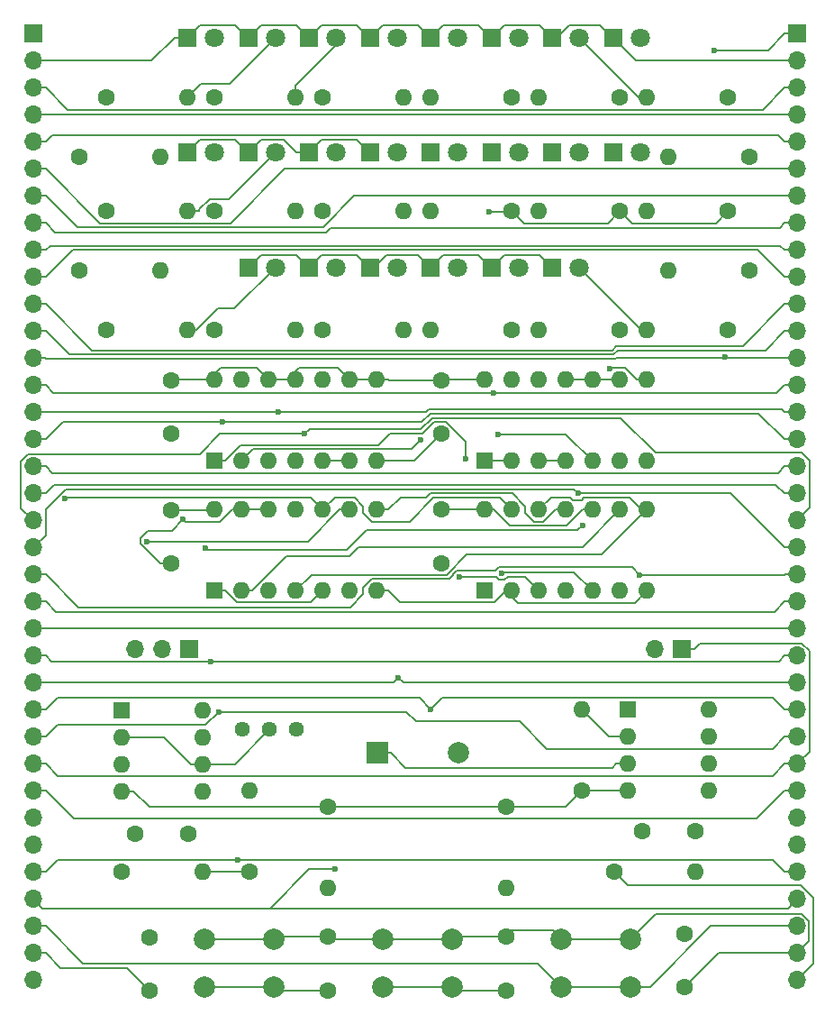
<source format=gbl>
G04 #@! TF.GenerationSoftware,KiCad,Pcbnew,8.0.9-8.0.9-0~ubuntu22.04.1*
G04 #@! TF.CreationDate,2025-06-29T10:32:47+10:00*
G04 #@! TF.ProjectId,UE1-TTL-Clock,5545312d-5454-44c2-9d43-6c6f636b2e6b,rev?*
G04 #@! TF.SameCoordinates,Original*
G04 #@! TF.FileFunction,Copper,L2,Bot*
G04 #@! TF.FilePolarity,Positive*
%FSLAX46Y46*%
G04 Gerber Fmt 4.6, Leading zero omitted, Abs format (unit mm)*
G04 Created by KiCad (PCBNEW 8.0.9-8.0.9-0~ubuntu22.04.1) date 2025-06-29 10:32:47*
%MOMM*%
%LPD*%
G01*
G04 APERTURE LIST*
G04 #@! TA.AperFunction,ComponentPad*
%ADD10C,1.600000*%
G04 #@! TD*
G04 #@! TA.AperFunction,ComponentPad*
%ADD11R,1.800000X1.800000*%
G04 #@! TD*
G04 #@! TA.AperFunction,ComponentPad*
%ADD12C,1.800000*%
G04 #@! TD*
G04 #@! TA.AperFunction,ComponentPad*
%ADD13C,2.000000*%
G04 #@! TD*
G04 #@! TA.AperFunction,ComponentPad*
%ADD14R,2.000000X2.000000*%
G04 #@! TD*
G04 #@! TA.AperFunction,ComponentPad*
%ADD15R,1.600000X1.600000*%
G04 #@! TD*
G04 #@! TA.AperFunction,ComponentPad*
%ADD16O,1.600000X1.600000*%
G04 #@! TD*
G04 #@! TA.AperFunction,ComponentPad*
%ADD17R,1.700000X1.700000*%
G04 #@! TD*
G04 #@! TA.AperFunction,ComponentPad*
%ADD18O,1.700000X1.700000*%
G04 #@! TD*
G04 #@! TA.AperFunction,ComponentPad*
%ADD19C,1.440000*%
G04 #@! TD*
G04 #@! TA.AperFunction,ViaPad*
%ADD20C,0.600000*%
G04 #@! TD*
G04 #@! TA.AperFunction,Conductor*
%ADD21C,0.200000*%
G04 #@! TD*
G04 APERTURE END LIST*
D10*
X103124000Y-85932000D03*
X103124000Y-90932000D03*
D11*
X116078000Y-75311000D03*
D12*
X118618000Y-75311000D03*
D10*
X134620000Y-143176000D03*
X134620000Y-138176000D03*
D13*
X106276000Y-138375000D03*
X112776000Y-138375000D03*
X106276000Y-142875000D03*
X112776000Y-142875000D03*
X139804000Y-138375000D03*
X146304000Y-138375000D03*
X139804000Y-142875000D03*
X146304000Y-142875000D03*
D10*
X128524000Y-98044000D03*
X128524000Y-103044000D03*
D14*
X122490000Y-120904000D03*
D13*
X130090000Y-120904000D03*
D15*
X107188000Y-93472000D03*
D16*
X109728000Y-93472000D03*
X112268000Y-93472000D03*
X114808000Y-93472000D03*
X117348000Y-93472000D03*
X119888000Y-93472000D03*
X122428000Y-93472000D03*
X122428000Y-85852000D03*
X119888000Y-85852000D03*
X117348000Y-85852000D03*
X114808000Y-85852000D03*
X112268000Y-85852000D03*
X109728000Y-85852000D03*
X107188000Y-85852000D03*
D10*
X107188000Y-59309000D03*
D16*
X114808000Y-59309000D03*
D10*
X110490000Y-132080000D03*
D16*
X110490000Y-124460000D03*
D17*
X90170000Y-53340000D03*
D18*
X90170000Y-55880000D03*
X90170000Y-58420000D03*
X90170000Y-60960000D03*
X90170000Y-63500000D03*
X90170000Y-66040000D03*
X90170000Y-68580000D03*
X90170000Y-71120000D03*
X90170000Y-73660000D03*
X90170000Y-76200000D03*
X90170000Y-78740000D03*
X90170000Y-81280000D03*
X90170000Y-83820000D03*
X90170000Y-86360000D03*
X90170000Y-88900000D03*
X90170000Y-91440000D03*
X90170000Y-93980000D03*
X90170000Y-96520000D03*
X90170000Y-99060000D03*
X90170000Y-101600000D03*
X90170000Y-104140000D03*
X90170000Y-106680000D03*
X90170000Y-109220000D03*
X90170000Y-111760000D03*
X90170000Y-114300000D03*
X90170000Y-116840000D03*
X90170000Y-119380000D03*
X90170000Y-121920000D03*
X90170000Y-124460000D03*
X90170000Y-127000000D03*
X90170000Y-129540000D03*
X90170000Y-132080000D03*
X90170000Y-134620000D03*
X90170000Y-137160000D03*
X90170000Y-139700000D03*
X90170000Y-142240000D03*
D10*
X145288000Y-81153000D03*
D16*
X137668000Y-81153000D03*
D15*
X132583000Y-105664000D03*
D16*
X135123000Y-105664000D03*
X137663000Y-105664000D03*
X140203000Y-105664000D03*
X142743000Y-105664000D03*
X145283000Y-105664000D03*
X147823000Y-105664000D03*
X147823000Y-98044000D03*
X145283000Y-98044000D03*
X142743000Y-98044000D03*
X140203000Y-98044000D03*
X137663000Y-98044000D03*
X135123000Y-98044000D03*
X132583000Y-98044000D03*
D15*
X98425000Y-116850000D03*
D16*
X98425000Y-119390000D03*
X98425000Y-121930000D03*
X98425000Y-124470000D03*
X106045000Y-124470000D03*
X106045000Y-121930000D03*
X106045000Y-119390000D03*
X106045000Y-116850000D03*
D10*
X151384000Y-137875000D03*
X151384000Y-142875000D03*
D15*
X107188000Y-105664000D03*
D16*
X109728000Y-105664000D03*
X112268000Y-105664000D03*
X114808000Y-105664000D03*
X117348000Y-105664000D03*
X119888000Y-105664000D03*
X122428000Y-105664000D03*
X122428000Y-98044000D03*
X119888000Y-98044000D03*
X117348000Y-98044000D03*
X114808000Y-98044000D03*
X112268000Y-98044000D03*
X109728000Y-98044000D03*
X107188000Y-98044000D03*
D10*
X155448000Y-59309000D03*
D16*
X147828000Y-59309000D03*
D10*
X135128000Y-69977000D03*
D16*
X127508000Y-69977000D03*
D10*
X155448000Y-69977000D03*
D16*
X147828000Y-69977000D03*
D11*
X116078000Y-64516000D03*
D12*
X118618000Y-64516000D03*
D10*
X155448000Y-81153000D03*
D16*
X147828000Y-81153000D03*
D17*
X104775000Y-111125000D03*
D18*
X102235000Y-111125000D03*
X99695000Y-111125000D03*
D11*
X138938000Y-75311000D03*
D12*
X141478000Y-75311000D03*
D10*
X117348000Y-69977000D03*
D16*
X124968000Y-69977000D03*
D11*
X121793000Y-75311000D03*
D12*
X124333000Y-75311000D03*
D10*
X117348000Y-81153000D03*
D16*
X124968000Y-81153000D03*
D15*
X146050000Y-116840000D03*
D16*
X146050000Y-119380000D03*
X146050000Y-121920000D03*
X146050000Y-124460000D03*
X153670000Y-124460000D03*
X153670000Y-121920000D03*
X153670000Y-119380000D03*
X153670000Y-116840000D03*
D11*
X138938000Y-64516000D03*
D12*
X141478000Y-64516000D03*
D11*
X110363000Y-64516000D03*
D12*
X112903000Y-64516000D03*
D10*
X145288000Y-59309000D03*
D16*
X137668000Y-59309000D03*
D10*
X144780000Y-132080000D03*
D16*
X152400000Y-132080000D03*
D11*
X121793000Y-64516000D03*
D12*
X124333000Y-64516000D03*
D10*
X117856000Y-143176000D03*
X117856000Y-138176000D03*
X97028000Y-81153000D03*
D16*
X104648000Y-81153000D03*
D10*
X94488000Y-64897000D03*
D16*
X102108000Y-64897000D03*
D11*
X110363000Y-53721000D03*
D12*
X112903000Y-53721000D03*
D11*
X133223000Y-64516000D03*
D12*
X135763000Y-64516000D03*
D11*
X127508000Y-75311000D03*
D12*
X130048000Y-75311000D03*
D10*
X107188000Y-81153000D03*
D16*
X114808000Y-81153000D03*
D10*
X104695000Y-128524000D03*
X99695000Y-128524000D03*
D11*
X144653000Y-64516000D03*
D12*
X147193000Y-64516000D03*
D11*
X133223000Y-53721000D03*
D12*
X135763000Y-53721000D03*
D11*
X127508000Y-64516000D03*
D12*
X130048000Y-64516000D03*
D11*
X104648000Y-53721000D03*
D12*
X107188000Y-53721000D03*
D10*
X97028000Y-59309000D03*
D16*
X104648000Y-59309000D03*
D11*
X121793000Y-53721000D03*
D12*
X124333000Y-53721000D03*
D11*
X104648000Y-64516000D03*
D12*
X107188000Y-64516000D03*
D10*
X134620000Y-125984000D03*
D16*
X134620000Y-133604000D03*
D11*
X138938000Y-53721000D03*
D12*
X141478000Y-53721000D03*
D10*
X101092000Y-138256000D03*
X101092000Y-143256000D03*
D11*
X116078000Y-53721000D03*
D12*
X118618000Y-53721000D03*
D15*
X132588000Y-93472000D03*
D16*
X135128000Y-93472000D03*
X137668000Y-93472000D03*
X140208000Y-93472000D03*
X142748000Y-93472000D03*
X145288000Y-93472000D03*
X147828000Y-93472000D03*
X147828000Y-85852000D03*
X145288000Y-85852000D03*
X142748000Y-85852000D03*
X140208000Y-85852000D03*
X137668000Y-85852000D03*
X135128000Y-85852000D03*
X132588000Y-85852000D03*
D10*
X94488000Y-75565000D03*
D16*
X102108000Y-75565000D03*
D10*
X145288000Y-69977000D03*
D16*
X137668000Y-69977000D03*
D11*
X144653000Y-53721000D03*
D12*
X147193000Y-53721000D03*
D10*
X157480000Y-64897000D03*
D16*
X149860000Y-64897000D03*
D13*
X123040000Y-138375000D03*
X129540000Y-138375000D03*
X123040000Y-142875000D03*
X129540000Y-142875000D03*
D10*
X157480000Y-75565000D03*
D16*
X149860000Y-75565000D03*
D11*
X110363000Y-75311000D03*
D12*
X112903000Y-75311000D03*
D17*
X161925000Y-53340000D03*
D18*
X161925000Y-55880000D03*
X161925000Y-58420000D03*
X161925000Y-60960000D03*
X161925000Y-63500000D03*
X161925000Y-66040000D03*
X161925000Y-68580000D03*
X161925000Y-71120000D03*
X161925000Y-73660000D03*
X161925000Y-76200000D03*
X161925000Y-78740000D03*
X161925000Y-81280000D03*
X161925000Y-83820000D03*
X161925000Y-86360000D03*
X161925000Y-88900000D03*
X161925000Y-91440000D03*
X161925000Y-93980000D03*
X161925000Y-96520000D03*
X161925000Y-99060000D03*
X161925000Y-101600000D03*
X161925000Y-104140000D03*
X161925000Y-106680000D03*
X161925000Y-109220000D03*
X161925000Y-111760000D03*
X161925000Y-114300000D03*
X161925000Y-116840000D03*
X161925000Y-119380000D03*
X161925000Y-121920000D03*
X161925000Y-124460000D03*
X161925000Y-127000000D03*
X161925000Y-129540000D03*
X161925000Y-132080000D03*
X161925000Y-134620000D03*
X161925000Y-137160000D03*
X161925000Y-139700000D03*
X161925000Y-142240000D03*
D10*
X135128000Y-59309000D03*
D16*
X127508000Y-59309000D03*
D10*
X117856000Y-125984000D03*
D16*
X117856000Y-133604000D03*
D10*
X141732000Y-124460000D03*
D16*
X141732000Y-116840000D03*
D10*
X97028000Y-69977000D03*
D16*
X104648000Y-69977000D03*
D10*
X152400000Y-128270000D03*
X147400000Y-128270000D03*
D11*
X127508000Y-53721000D03*
D12*
X130048000Y-53721000D03*
D11*
X133223000Y-75311000D03*
D12*
X135763000Y-75311000D03*
D10*
X117348000Y-59309000D03*
D16*
X124968000Y-59309000D03*
D10*
X103124000Y-98124000D03*
X103124000Y-103124000D03*
X128524000Y-85932000D03*
X128524000Y-90932000D03*
D19*
X114920000Y-118670000D03*
X112380000Y-118670000D03*
X109840000Y-118670000D03*
D10*
X107188000Y-69977000D03*
D16*
X114808000Y-69977000D03*
D17*
X151130000Y-111125000D03*
D18*
X148590000Y-111125000D03*
D10*
X135128000Y-81153000D03*
D16*
X127508000Y-81153000D03*
D10*
X98425000Y-132080000D03*
D16*
X106045000Y-132080000D03*
D20*
X104244500Y-98974200D03*
X154195300Y-54888000D03*
X133021000Y-70081200D03*
X118508400Y-131806600D03*
X124480300Y-113845700D03*
X107557700Y-117029200D03*
X126577400Y-91491000D03*
X127527600Y-116765200D03*
X107902500Y-89815500D03*
X113203200Y-88900000D03*
X155168800Y-83698900D03*
X133455000Y-87087700D03*
X115677600Y-90932500D03*
X106814300Y-112281200D03*
X109348300Y-130973400D03*
X141362300Y-96511800D03*
X147173700Y-104147200D03*
X141763000Y-99513700D03*
X106292200Y-101638900D03*
X93154600Y-97013700D03*
X134188400Y-104047100D03*
X130770000Y-93226900D03*
X130227700Y-104348000D03*
X100863100Y-101020900D03*
X133858000Y-90934100D03*
X144332300Y-84780300D03*
D21*
X134423000Y-74111000D02*
X137738000Y-74111000D01*
X109163000Y-52521000D02*
X110363000Y-53721000D01*
X104648000Y-64516000D02*
X105848000Y-63316000D01*
X129739000Y-138176000D02*
X129540000Y-138375000D01*
X151384000Y-142875000D02*
X154559000Y-139700000D01*
X135123000Y-105664000D02*
X134609700Y-105664000D01*
X128708000Y-52521000D02*
X132023000Y-52521000D01*
X90170000Y-55880000D02*
X101287300Y-55880000D01*
X147823000Y-105664000D02*
X146678500Y-106808500D01*
X122428000Y-105664000D02*
X123529700Y-105664000D01*
X106276000Y-138375000D02*
X112776000Y-138375000D01*
X107718200Y-99180400D02*
X104450700Y-99180400D01*
X127508000Y-75311000D02*
X128708000Y-74111000D01*
X126308000Y-74111000D02*
X127508000Y-75311000D01*
X135044800Y-137549900D02*
X138978900Y-137549900D01*
X110363000Y-75311000D02*
X111563000Y-74111000D01*
X126308000Y-52521000D02*
X127508000Y-53721000D01*
X112268000Y-98044000D02*
X109728000Y-98044000D01*
X133223000Y-53721000D02*
X134423000Y-52521000D01*
X146304000Y-138375000D02*
X139804000Y-138375000D01*
X140519000Y-52521000D02*
X143453000Y-52521000D01*
X110363000Y-53721000D02*
X111563000Y-52521000D01*
X139319000Y-53721000D02*
X140519000Y-52521000D01*
X134609700Y-105664000D02*
X133508000Y-106765700D01*
X103124000Y-103124000D02*
X102078300Y-103124000D01*
X110363000Y-64516000D02*
X111574500Y-63304500D01*
X137738000Y-52521000D02*
X138938000Y-53721000D01*
X143453000Y-52521000D02*
X144653000Y-53721000D01*
X98925800Y-141089800D02*
X92711500Y-141089800D01*
X128524000Y-90932000D02*
X125984000Y-93472000D01*
X132179500Y-138176000D02*
X134418700Y-138176000D01*
X137738000Y-74111000D02*
X138938000Y-75311000D01*
X92711500Y-141089800D02*
X91321700Y-139700000D01*
X134572200Y-105664000D02*
X135123000Y-105664000D01*
X90170000Y-139700000D02*
X91321700Y-139700000D01*
X128708000Y-74111000D02*
X132023000Y-74111000D01*
X135716700Y-106808500D02*
X134572200Y-105664000D01*
X132023000Y-52521000D02*
X133223000Y-53721000D01*
X144653000Y-53721000D02*
X146812000Y-55880000D01*
X121793000Y-53721000D02*
X122993000Y-52521000D01*
X148670700Y-136008300D02*
X146304000Y-138375000D01*
X161925000Y-139700000D02*
X163076700Y-138548300D01*
X117278000Y-74111000D02*
X120593000Y-74111000D01*
X116078000Y-53721000D02*
X117278000Y-52521000D01*
X114878000Y-52521000D02*
X116078000Y-53721000D01*
X109163000Y-63316000D02*
X110363000Y-64516000D01*
X104648000Y-53721000D02*
X105848000Y-52521000D01*
X163076700Y-138548300D02*
X163076700Y-136682900D01*
X117278000Y-52521000D02*
X120593000Y-52521000D01*
X112975000Y-138176000D02*
X112776000Y-138375000D01*
X108854600Y-98044000D02*
X107718200Y-99180400D01*
X125984000Y-93472000D02*
X122428000Y-93472000D01*
X104450700Y-99180400D02*
X104244500Y-98974200D01*
X132023000Y-74111000D02*
X133223000Y-75311000D01*
X109728000Y-98044000D02*
X108854600Y-98044000D01*
X129540000Y-138375000D02*
X123040000Y-138375000D01*
X113664800Y-63304500D02*
X114876300Y-64516000D01*
X134423000Y-52521000D02*
X137738000Y-52521000D01*
X116078000Y-75311000D02*
X117278000Y-74111000D01*
X101092000Y-143256000D02*
X98925800Y-141089800D01*
X162402100Y-136008300D02*
X148670700Y-136008300D01*
X120593000Y-74111000D02*
X121793000Y-75311000D01*
X127508000Y-53721000D02*
X128708000Y-52521000D01*
X154559000Y-139700000D02*
X160773300Y-139700000D01*
X101287300Y-55880000D02*
X103446300Y-53721000D01*
X132179500Y-138176000D02*
X129739000Y-138176000D01*
X138978900Y-137549900D02*
X139804000Y-138375000D01*
X100901500Y-100063900D02*
X103154800Y-100063900D01*
X117856000Y-138176000D02*
X112975000Y-138176000D01*
X100210900Y-100754500D02*
X100901500Y-100063900D01*
X163076700Y-136682900D02*
X162402100Y-136008300D01*
X116078000Y-64516000D02*
X117278000Y-63316000D01*
X111574500Y-63304500D02*
X113664800Y-63304500D01*
X134418700Y-138176000D02*
X135044800Y-137549900D01*
X121793000Y-75311000D02*
X122174000Y-75311000D01*
X146678500Y-106808500D02*
X135716700Y-106808500D01*
X127508000Y-75311000D02*
X128709700Y-74109300D01*
X120593000Y-52521000D02*
X121793000Y-53721000D01*
X105848000Y-52521000D02*
X109163000Y-52521000D01*
X134620000Y-138176000D02*
X132179500Y-138176000D01*
X111563000Y-74111000D02*
X114878000Y-74111000D01*
X124631400Y-106765700D02*
X133508000Y-106765700D01*
X122174000Y-75311000D02*
X123374000Y-74111000D01*
X102078300Y-103124000D02*
X100210900Y-101256600D01*
X146812000Y-55880000D02*
X161925000Y-55880000D01*
X105848000Y-63316000D02*
X109163000Y-63316000D01*
X118055000Y-138375000D02*
X117856000Y-138176000D01*
X120593000Y-63316000D02*
X121793000Y-64516000D01*
X114876300Y-64516000D02*
X116078000Y-64516000D01*
X111563000Y-52521000D02*
X114878000Y-52521000D01*
X138938000Y-53721000D02*
X139319000Y-53721000D01*
X133223000Y-75311000D02*
X134423000Y-74111000D01*
X117278000Y-63316000D02*
X120593000Y-63316000D01*
X123374000Y-74111000D02*
X126308000Y-74111000D01*
X122993000Y-52521000D02*
X126308000Y-52521000D01*
X104047200Y-53721000D02*
X103446300Y-53721000D01*
X161925000Y-139700000D02*
X160773300Y-139700000D01*
X104648000Y-53721000D02*
X104047200Y-53721000D01*
X123529700Y-105664000D02*
X124631400Y-106765700D01*
X114878000Y-74111000D02*
X116078000Y-75311000D01*
X103154800Y-100063900D02*
X104244500Y-98974200D01*
X100210900Y-101256600D02*
X100210900Y-100754500D01*
X123040000Y-138375000D02*
X118055000Y-138375000D01*
X163478400Y-134464700D02*
X162318200Y-133304500D01*
X154298600Y-71126400D02*
X146437400Y-71126400D01*
X122428000Y-85852000D02*
X123529700Y-85852000D01*
X128564000Y-85852000D02*
X128524000Y-85892000D01*
X134979100Y-99566700D02*
X140256300Y-99566700D01*
X154195300Y-54888000D02*
X159225300Y-54888000D01*
X141779000Y-98044000D02*
X142743000Y-98044000D01*
X113538000Y-85852000D02*
X112268000Y-85852000D01*
X119888000Y-85852000D02*
X122428000Y-85852000D01*
X114808000Y-85852000D02*
X113538000Y-85852000D01*
X155448000Y-69977000D02*
X154298600Y-71126400D01*
X144137500Y-71127500D02*
X136278500Y-71127500D01*
X128524000Y-98044000D02*
X132583000Y-98044000D01*
X132583000Y-98044000D02*
X133456400Y-98044000D01*
X123569700Y-85892000D02*
X123529700Y-85852000D01*
X146004500Y-133304500D02*
X144780000Y-132080000D01*
X133021000Y-70081200D02*
X135023800Y-70081200D01*
X107750600Y-84738600D02*
X106637200Y-85852000D01*
X161925000Y-53340000D02*
X160773300Y-53340000D01*
X103204000Y-85852000D02*
X103124000Y-85932000D01*
X146050000Y-124460000D02*
X141732000Y-124460000D01*
X107188000Y-85852000D02*
X103204000Y-85852000D01*
X119888000Y-85852000D02*
X118774600Y-84738600D01*
X140208000Y-125984000D02*
X141732000Y-124460000D01*
X161925000Y-142240000D02*
X163478400Y-140686600D01*
X111154600Y-84738600D02*
X107750600Y-84738600D01*
X134620000Y-125984000D02*
X140208000Y-125984000D01*
X128524000Y-85892000D02*
X128524000Y-85932000D01*
X101040700Y-125984000D02*
X117856000Y-125984000D01*
X98425000Y-124470000D02*
X99526700Y-124470000D01*
X162318200Y-133304500D02*
X146004500Y-133304500D01*
X114056300Y-85852000D02*
X113538000Y-85852000D01*
X159225300Y-54888000D02*
X160773300Y-53340000D01*
X163478400Y-140686600D02*
X163478400Y-134464700D01*
X117856000Y-125984000D02*
X134620000Y-125984000D01*
X146437400Y-71126400D02*
X145288000Y-69977000D01*
X119888000Y-93472000D02*
X117348000Y-93472000D01*
X128524000Y-85892000D02*
X123569700Y-85892000D01*
X145288000Y-69977000D02*
X144137500Y-71127500D01*
X118774600Y-84738600D02*
X115169700Y-84738600D01*
X103124000Y-98124000D02*
X107108000Y-98124000D01*
X112268000Y-85852000D02*
X111154600Y-84738600D01*
X115169700Y-84738600D02*
X114056300Y-85852000D01*
X107108000Y-98124000D02*
X107188000Y-98044000D01*
X133456400Y-98044000D02*
X134979100Y-99566700D01*
X135023800Y-70081200D02*
X135128000Y-69977000D01*
X132588000Y-85852000D02*
X128564000Y-85852000D01*
X140256300Y-99566700D02*
X141779000Y-98044000D01*
X136278500Y-71127500D02*
X135128000Y-69977000D01*
X99526700Y-124470000D02*
X101040700Y-125984000D01*
X107188000Y-85852000D02*
X106637200Y-85852000D01*
X94837700Y-140676000D02*
X137605000Y-140676000D01*
X91321700Y-137160000D02*
X94837700Y-140676000D01*
X139804000Y-142875000D02*
X146304000Y-142875000D01*
X90170000Y-137160000D02*
X91321700Y-137160000D01*
X137605000Y-140676000D02*
X139804000Y-142875000D01*
X148129100Y-142875000D02*
X153844100Y-137160000D01*
X146304000Y-142875000D02*
X148129100Y-142875000D01*
X153844100Y-137160000D02*
X161925000Y-137160000D01*
X116058400Y-131806600D02*
X112395000Y-135470000D01*
X112395000Y-135470000D02*
X161075000Y-135470000D01*
X161075000Y-135470000D02*
X161925000Y-134620000D01*
X118508400Y-131806600D02*
X116058400Y-131806600D01*
X90170000Y-134620000D02*
X91020000Y-135470000D01*
X91020000Y-135470000D02*
X112395000Y-135470000D01*
X124026000Y-114300000D02*
X90170000Y-114300000D01*
X124480300Y-113845700D02*
X124026000Y-114300000D01*
X161925000Y-114300000D02*
X124934600Y-114300000D01*
X124934600Y-114300000D02*
X124480300Y-113845700D01*
X109728000Y-93472000D02*
X110829700Y-92370300D01*
X125698100Y-92370300D02*
X126577400Y-91491000D01*
X125217600Y-117029200D02*
X126128600Y-117940200D01*
X159667000Y-120486300D02*
X160773300Y-119380000D01*
X91321700Y-119380000D02*
X92440200Y-118261500D01*
X135872600Y-117940200D02*
X138418700Y-120486300D01*
X126128600Y-117940200D02*
X135872600Y-117940200D01*
X92440200Y-118261500D02*
X106325400Y-118261500D01*
X161925000Y-119380000D02*
X160773300Y-119380000D01*
X138418700Y-120486300D02*
X159667000Y-120486300D01*
X110829700Y-92370300D02*
X125698100Y-92370300D01*
X106325400Y-118261500D02*
X107557700Y-117029200D01*
X90170000Y-119380000D02*
X91321700Y-119380000D01*
X107557700Y-117029200D02*
X125217600Y-117029200D01*
X93947400Y-127085700D02*
X158147600Y-127085700D01*
X91321700Y-124460000D02*
X93947400Y-127085700D01*
X158147600Y-127085700D02*
X160773300Y-124460000D01*
X90170000Y-124460000D02*
X91321700Y-124460000D01*
X161925000Y-124460000D02*
X160773300Y-124460000D01*
X91726400Y-73255300D02*
X91321700Y-73660000D01*
X160368600Y-73255300D02*
X91726400Y-73255300D01*
X161925000Y-73660000D02*
X160773300Y-73660000D01*
X160773300Y-73660000D02*
X160368600Y-73255300D01*
X90170000Y-73660000D02*
X91321700Y-73660000D01*
X90170000Y-58420000D02*
X91321700Y-58420000D01*
X161925000Y-58420000D02*
X160773300Y-58420000D01*
X93365200Y-60463500D02*
X91321700Y-58420000D01*
X160773300Y-58420000D02*
X158729800Y-60463500D01*
X158729800Y-60463500D02*
X93365200Y-60463500D01*
X117934100Y-71747300D02*
X118098900Y-71582500D01*
X91321700Y-71120000D02*
X92184400Y-71982700D01*
X161925000Y-71120000D02*
X160773300Y-71120000D01*
X117698700Y-71982700D02*
X117934100Y-71747300D01*
X117934100Y-71747300D02*
X118098900Y-71582500D01*
X160310800Y-71582500D02*
X160773300Y-71120000D01*
X92184400Y-71982700D02*
X117698700Y-71982700D01*
X90170000Y-71120000D02*
X91321700Y-71120000D01*
X118098900Y-71582500D02*
X160310800Y-71582500D01*
X92450300Y-123048600D02*
X159644700Y-123048600D01*
X162410700Y-110586700D02*
X152820000Y-110586700D01*
X163104100Y-111280100D02*
X162410700Y-110586700D01*
X90170000Y-121920000D02*
X91321700Y-121920000D01*
X91321700Y-121920000D02*
X92450300Y-123048600D01*
X163104100Y-120740900D02*
X163104100Y-111280100D01*
X161925000Y-121920000D02*
X160773300Y-121920000D01*
X159644700Y-123048600D02*
X160773300Y-121920000D01*
X161925000Y-121920000D02*
X163104100Y-120740900D01*
X152820000Y-110586700D02*
X152281700Y-111125000D01*
X152281700Y-111125000D02*
X151130000Y-111125000D01*
X91321700Y-63500000D02*
X91920400Y-62901300D01*
X91920400Y-62901300D02*
X160174600Y-62901300D01*
X160174600Y-62901300D02*
X160773300Y-63500000D01*
X160773300Y-63500000D02*
X161925000Y-63500000D01*
X90170000Y-63500000D02*
X91321700Y-63500000D01*
X144956200Y-82658800D02*
X156854500Y-82658800D01*
X156854500Y-82658800D02*
X160773300Y-78740000D01*
X95642200Y-83060500D02*
X144554500Y-83060500D01*
X160773300Y-78740000D02*
X161925000Y-78740000D01*
X91321700Y-78740000D02*
X95642200Y-83060500D01*
X144554500Y-83060500D02*
X144956200Y-82658800D01*
X90170000Y-78740000D02*
X91321700Y-78740000D01*
X91946100Y-94604400D02*
X160148900Y-94604400D01*
X161925000Y-93980000D02*
X160773300Y-93980000D01*
X90170000Y-93980000D02*
X91321700Y-93980000D01*
X160148900Y-94604400D02*
X160773300Y-93980000D01*
X91321700Y-93980000D02*
X91946100Y-94604400D01*
X92428300Y-115733400D02*
X91321700Y-116840000D01*
X128559400Y-115733400D02*
X127527600Y-116765200D01*
X126495800Y-115733400D02*
X92428300Y-115733400D01*
X161925000Y-116840000D02*
X160773300Y-116840000D01*
X127527600Y-116765200D02*
X126495800Y-115733400D01*
X159666700Y-115733400D02*
X128559400Y-115733400D01*
X90170000Y-116840000D02*
X91321700Y-116840000D01*
X160773300Y-116840000D02*
X159666700Y-115733400D01*
X90170000Y-91440000D02*
X91321700Y-91440000D01*
X161925000Y-91440000D02*
X160773300Y-91440000D01*
X126689500Y-89814000D02*
X107904000Y-89814000D01*
X127491400Y-89012100D02*
X126689500Y-89814000D01*
X107904000Y-89814000D02*
X107902500Y-89815500D01*
X160773300Y-91440000D02*
X158345400Y-89012100D01*
X158345400Y-89012100D02*
X127491400Y-89012100D01*
X91321700Y-91440000D02*
X92946200Y-89815500D01*
X92946200Y-89815500D02*
X107902500Y-89815500D01*
X161925000Y-109220000D02*
X90170000Y-109220000D01*
X159839600Y-107613700D02*
X160773300Y-106680000D01*
X90170000Y-106680000D02*
X91321700Y-106680000D01*
X161925000Y-106680000D02*
X160773300Y-106680000D01*
X91321700Y-106680000D02*
X92255400Y-107613700D01*
X92255400Y-107613700D02*
X159839600Y-107613700D01*
X96409900Y-71128200D02*
X91321700Y-66040000D01*
X108718300Y-71128200D02*
X96409900Y-71128200D01*
X113806500Y-66040000D02*
X108718300Y-71128200D01*
X90170000Y-66040000D02*
X91321700Y-66040000D01*
X161925000Y-66040000D02*
X113806500Y-66040000D01*
X113203200Y-88900000D02*
X90170000Y-88900000D01*
X161925000Y-88900000D02*
X160773300Y-88900000D01*
X127089700Y-88845800D02*
X127035500Y-88900000D01*
X160773300Y-88900000D02*
X160483700Y-88610400D01*
X127325100Y-88610400D02*
X127089700Y-88845800D01*
X127035500Y-88900000D02*
X113203200Y-88900000D01*
X160483700Y-88610400D02*
X127325100Y-88610400D01*
X127089700Y-88845800D02*
X127035500Y-88900000D01*
X155168800Y-83820000D02*
X155168800Y-83698900D01*
X155168800Y-83820000D02*
X160773300Y-83820000D01*
X91365600Y-83863900D02*
X144887100Y-83863900D01*
X161925000Y-83820000D02*
X160773300Y-83820000D01*
X146086000Y-83820000D02*
X146086400Y-83820400D01*
X144887100Y-83863900D02*
X144931000Y-83820000D01*
X146086400Y-83820400D02*
X155168400Y-83820400D01*
X90170000Y-83820000D02*
X91321700Y-83820000D01*
X155168400Y-83820400D02*
X155168800Y-83820000D01*
X144931000Y-83820000D02*
X146086000Y-83820000D01*
X91321700Y-83820000D02*
X91365600Y-83863900D01*
X91321700Y-86360000D02*
X92049400Y-87087700D01*
X161925000Y-86360000D02*
X160773300Y-86360000D01*
X160045600Y-87087700D02*
X160773300Y-86360000D01*
X92049400Y-87087700D02*
X133455000Y-87087700D01*
X90170000Y-86360000D02*
X91321700Y-86360000D01*
X133455000Y-87087700D02*
X160045600Y-87087700D01*
X159950700Y-95697400D02*
X92144300Y-95697400D01*
X160773300Y-96520000D02*
X159950700Y-95697400D01*
X90170000Y-96520000D02*
X91321700Y-96520000D01*
X161925000Y-96520000D02*
X160773300Y-96520000D01*
X92144300Y-95697400D02*
X91321700Y-96520000D01*
X163110300Y-97874700D02*
X163110300Y-93456600D01*
X88991000Y-93500100D02*
X89684300Y-92806800D01*
X107700800Y-90932500D02*
X115677600Y-90932500D01*
X88991000Y-97881000D02*
X88991000Y-93500100D01*
X127657700Y-89413800D02*
X126583900Y-90487600D01*
X161925000Y-99060000D02*
X163110300Y-97874700D01*
X89684300Y-92806800D02*
X105826500Y-92806800D01*
X126583900Y-90487600D02*
X116122500Y-90487600D01*
X116122500Y-90487600D02*
X115677600Y-90932500D01*
X90170000Y-99060000D02*
X88991000Y-97881000D01*
X162363700Y-92710000D02*
X148624100Y-92710000D01*
X105826500Y-92806800D02*
X107700800Y-90932500D01*
X145327900Y-89413800D02*
X127657700Y-89413800D01*
X163110300Y-93456600D02*
X162363700Y-92710000D01*
X148624100Y-92710000D02*
X145327900Y-89413800D01*
X91842900Y-112281200D02*
X91321700Y-111760000D01*
X160252100Y-112281200D02*
X106814300Y-112281200D01*
X106814300Y-112281200D02*
X91842900Y-112281200D01*
X161925000Y-111760000D02*
X160773300Y-111760000D01*
X90170000Y-111760000D02*
X91321700Y-111760000D01*
X160773300Y-111760000D02*
X160252100Y-112281200D01*
X92428300Y-130973400D02*
X91321700Y-132080000D01*
X160773300Y-132080000D02*
X159666700Y-130973400D01*
X109348300Y-130973400D02*
X92428300Y-130973400D01*
X159666700Y-130973400D02*
X109348300Y-130973400D01*
X90170000Y-132080000D02*
X91321700Y-132080000D01*
X161925000Y-132080000D02*
X160773300Y-132080000D01*
X91321700Y-100448300D02*
X91321700Y-97964300D01*
X91321700Y-97964300D02*
X93175800Y-96110200D01*
X161925000Y-101600000D02*
X160773300Y-101600000D01*
X141362300Y-96511800D02*
X155685100Y-96511800D01*
X140960700Y-96110200D02*
X141362300Y-96511800D01*
X155685100Y-96511800D02*
X160773300Y-101600000D01*
X90170000Y-101600000D02*
X91321700Y-100448300D01*
X93175800Y-96110200D02*
X140960700Y-96110200D01*
X90170000Y-68580000D02*
X91321700Y-68580000D01*
X94272700Y-71531000D02*
X117382200Y-71531000D01*
X91321700Y-68580000D02*
X94272700Y-71531000D01*
X120333200Y-68580000D02*
X161925000Y-68580000D01*
X117382200Y-71531000D02*
X120333200Y-68580000D01*
X146429900Y-103403400D02*
X133963300Y-103403400D01*
X161925000Y-104140000D02*
X160773300Y-104140000D01*
X147173700Y-104147200D02*
X160766100Y-104147200D01*
X147173700Y-104147200D02*
X146429900Y-103403400D01*
X121982800Y-104547400D02*
X121158000Y-105372200D01*
X129626000Y-104215000D02*
X129293600Y-104547400D01*
X129293600Y-104547400D02*
X121982800Y-104547400D01*
X90170000Y-104140000D02*
X91321700Y-104140000D01*
X129978600Y-103746300D02*
X129626000Y-104098900D01*
X133620400Y-103746300D02*
X129978600Y-103746300D01*
X160766100Y-104147200D02*
X160773300Y-104140000D01*
X147272200Y-104245700D02*
X147173700Y-104147200D01*
X129626000Y-104098900D02*
X129626000Y-104215000D01*
X119927200Y-107212000D02*
X94393700Y-107212000D01*
X147173700Y-104147200D02*
X147272200Y-104245700D01*
X121158000Y-105981200D02*
X119927200Y-107212000D01*
X121158000Y-105372200D02*
X121158000Y-105981200D01*
X94393700Y-107212000D02*
X91321700Y-104140000D01*
X133963300Y-103403400D02*
X133620400Y-103746300D01*
X145122500Y-83060500D02*
X158992800Y-83060500D01*
X160773300Y-81280000D02*
X161925000Y-81280000D01*
X144720800Y-83462200D02*
X145122500Y-83060500D01*
X90170000Y-81280000D02*
X91321700Y-81280000D01*
X158992800Y-83060500D02*
X160773300Y-81280000D01*
X91321700Y-81280000D02*
X93503900Y-83462200D01*
X93503900Y-83462200D02*
X144720800Y-83462200D01*
X161925000Y-60960000D02*
X90170000Y-60960000D01*
X158230300Y-73657000D02*
X93864700Y-73657000D01*
X93864700Y-73657000D02*
X91321700Y-76200000D01*
X161925000Y-76200000D02*
X160773300Y-76200000D01*
X160773300Y-76200000D02*
X158230300Y-73657000D01*
X90170000Y-76200000D02*
X91321700Y-76200000D01*
X98425000Y-119390000D02*
X102403300Y-119390000D01*
X109120000Y-121930000D02*
X112380000Y-118670000D01*
X105494200Y-121930000D02*
X106045000Y-121930000D01*
X106045000Y-121930000D02*
X109120000Y-121930000D01*
X102403300Y-119390000D02*
X104943300Y-121930000D01*
X105494200Y-121930000D02*
X104943300Y-121930000D01*
X104648000Y-69977000D02*
X105749700Y-69977000D01*
X108543700Y-68875300D02*
X112903000Y-64516000D01*
X105749700Y-69977000D02*
X105749700Y-69839200D01*
X106713600Y-68875300D02*
X108543700Y-68875300D01*
X105749700Y-69839200D02*
X106713600Y-68875300D01*
X141868500Y-96942300D02*
X141684500Y-97126300D01*
X129011200Y-104145700D02*
X130893400Y-102263500D01*
X147823000Y-98044000D02*
X147272200Y-98044000D01*
X130893400Y-102263500D02*
X143603500Y-102263500D01*
X140843400Y-97126300D02*
X140619700Y-96902600D01*
X116326300Y-104145700D02*
X129011200Y-104145700D01*
X147272200Y-98044000D02*
X146170500Y-96942300D01*
X114808000Y-105664000D02*
X116326300Y-104145700D01*
X138804400Y-96902600D02*
X137663000Y-98044000D01*
X146170500Y-96942300D02*
X141868500Y-96942300D01*
X143603500Y-102263500D02*
X147823000Y-98044000D01*
X140619700Y-96902600D02*
X138804400Y-96902600D01*
X141684500Y-97126300D02*
X140843400Y-97126300D01*
X113957400Y-102398600D02*
X119856800Y-102398600D01*
X109728000Y-105664000D02*
X110692000Y-105664000D01*
X110692000Y-105664000D02*
X113957400Y-102398600D01*
X119856800Y-102398600D02*
X120733000Y-101522400D01*
X120733000Y-101522400D02*
X141804600Y-101522400D01*
X141804600Y-101522400D02*
X145283000Y-98044000D01*
X141864200Y-99614900D02*
X141763000Y-99513700D01*
X121493100Y-99968400D02*
X141308300Y-99968400D01*
X141763000Y-99513700D02*
X141864200Y-99614900D01*
X141308300Y-99968400D02*
X141763000Y-99513700D01*
X106292200Y-101638900D02*
X106466650Y-101813350D01*
X106466650Y-101813350D02*
X119648150Y-101813350D01*
X119648150Y-101813350D02*
X121493100Y-99968400D01*
X117348000Y-105664000D02*
X116246300Y-106765700D01*
X124657800Y-96915900D02*
X123529700Y-98044000D01*
X137189700Y-99165000D02*
X136393000Y-98368300D01*
X108151900Y-105664000D02*
X107188000Y-105664000D01*
X109253600Y-106765700D02*
X108151900Y-105664000D01*
X123529700Y-98044000D02*
X122428000Y-98044000D01*
X138118000Y-99165000D02*
X137189700Y-99165000D01*
X127457500Y-96515700D02*
X127057300Y-96915900D01*
X135162400Y-96515700D02*
X127457500Y-96515700D01*
X116246300Y-106765700D02*
X109253600Y-106765700D01*
X136393000Y-97746300D02*
X135162400Y-96515700D01*
X139239000Y-98044000D02*
X138118000Y-99165000D01*
X140203000Y-98044000D02*
X139239000Y-98044000D01*
X127057300Y-96915900D02*
X124657800Y-96915900D01*
X136393000Y-98368300D02*
X136393000Y-97746300D01*
X140975700Y-103896700D02*
X134338800Y-103896700D01*
X142743000Y-105664000D02*
X140975700Y-103896700D01*
X121158000Y-97711600D02*
X120343500Y-96897100D01*
X118494900Y-96897100D02*
X120343500Y-96897100D01*
X134338800Y-103896700D02*
X134188400Y-104047100D01*
X116214200Y-96910200D02*
X117348000Y-98044000D01*
X121158000Y-98350600D02*
X121158000Y-97711600D01*
X135123000Y-98044000D02*
X133996400Y-96917400D01*
X125514800Y-99149500D02*
X121956900Y-99149500D01*
X127746900Y-96917400D02*
X125514800Y-99149500D01*
X133996400Y-96917400D02*
X127746900Y-96917400D01*
X93154600Y-97013700D02*
X93258100Y-96910200D01*
X121956900Y-99149500D02*
X121158000Y-98350600D01*
X93258100Y-96910200D02*
X116214200Y-96910200D01*
X117348000Y-98044000D02*
X118494900Y-96897100D01*
X108151900Y-93472000D02*
X109655300Y-91968600D01*
X126750200Y-90889300D02*
X127824000Y-89815500D01*
X134437600Y-104648800D02*
X134738400Y-104348000D01*
X134738400Y-104348000D02*
X136347000Y-104348000D01*
X128972400Y-89815500D02*
X130770000Y-91613100D01*
X107188000Y-93472000D02*
X108151900Y-93472000D01*
X136347000Y-104348000D02*
X137663000Y-105664000D01*
X133939300Y-104648800D02*
X134437600Y-104648800D01*
X122615100Y-91968600D02*
X123694400Y-90889300D01*
X109655300Y-91968600D02*
X122615100Y-91968600D01*
X133638500Y-104348000D02*
X133939300Y-104648800D01*
X130770000Y-91613100D02*
X130770000Y-93226900D01*
X127824000Y-89815500D02*
X128972400Y-89815500D01*
X123694400Y-90889300D02*
X126750200Y-90889300D01*
X130227700Y-104348000D02*
X133638500Y-104348000D01*
X119888000Y-98044000D02*
X118924000Y-98044000D01*
X115947100Y-101020900D02*
X100863100Y-101020900D01*
X118924000Y-98044000D02*
X115947100Y-101020900D01*
X146864100Y-85852000D02*
X145762400Y-84750300D01*
X147828000Y-85852000D02*
X146864100Y-85852000D01*
X140210100Y-90934100D02*
X133858000Y-90934100D01*
X144362300Y-84750300D02*
X144332300Y-84780300D01*
X142748000Y-93472000D02*
X140210100Y-90934100D01*
X145762400Y-84750300D02*
X144362300Y-84750300D01*
X104648000Y-59309000D02*
X105931500Y-58025500D01*
X108598500Y-58025500D02*
X112903000Y-53721000D01*
X105931500Y-58025500D02*
X108598500Y-58025500D01*
X118618000Y-53721000D02*
X118618000Y-54397300D01*
X114808000Y-59309000D02*
X114808000Y-58207300D01*
X118618000Y-54397300D02*
X114808000Y-58207300D01*
X147066000Y-59309000D02*
X141478000Y-53721000D01*
X147828000Y-59309000D02*
X147066000Y-59309000D01*
X147828000Y-81153000D02*
X147320000Y-81153000D01*
X147320000Y-81153000D02*
X141478000Y-75311000D01*
X107534200Y-79140200D02*
X109073800Y-79140200D01*
X105521400Y-81153000D02*
X107534200Y-79140200D01*
X104648000Y-81153000D02*
X105521400Y-81153000D01*
X109073800Y-79140200D02*
X112903000Y-75311000D01*
X106045000Y-132080000D02*
X110490000Y-132080000D01*
X132588000Y-93472000D02*
X135128000Y-93472000D01*
X117856000Y-143176000D02*
X113077000Y-143176000D01*
X113077000Y-143176000D02*
X112776000Y-142875000D01*
X112776000Y-142875000D02*
X106276000Y-142875000D01*
X129540000Y-142875000D02*
X123040000Y-142875000D01*
X129841000Y-143176000D02*
X129540000Y-142875000D01*
X134620000Y-143176000D02*
X129841000Y-143176000D01*
X140208000Y-93472000D02*
X137668000Y-93472000D01*
X140208000Y-85852000D02*
X142748000Y-85852000D01*
X145288000Y-85852000D02*
X142748000Y-85852000D01*
X125156100Y-122268400D02*
X144599900Y-122268400D01*
X123791700Y-120904000D02*
X125156100Y-122268400D01*
X146050000Y-121920000D02*
X144948300Y-121920000D01*
X122490000Y-120904000D02*
X123791700Y-120904000D01*
X144599900Y-122268400D02*
X144948300Y-121920000D01*
X146050000Y-119380000D02*
X144272000Y-119380000D01*
X144272000Y-119380000D02*
X141732000Y-116840000D01*
M02*

</source>
